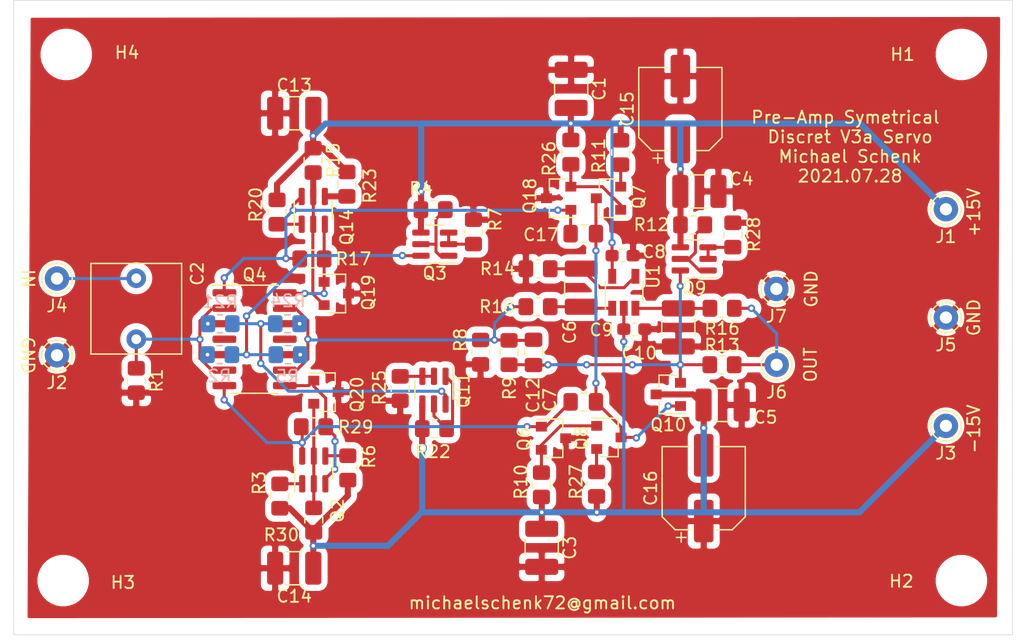
<source format=kicad_pcb>
(kicad_pcb (version 20171130) (host pcbnew "(5.1.10-0-10_14)")
  (layers (0 F.Cu signal) (31 B.Cu signal) (34 B.Paste user) (35 F.Paste user) (36 B.SilkS user) (37 F.SilkS user) (38 B.Mask user) (39 F.Mask user) (44 Edge.Cuts user))
  (net 0 "")
  (net 1 GND)
  (net 2 +15V)
  (net 3 "Net-(C2-Pad2)")
  (net 4 "Net-(C2-Pad1)")
  (net 5 -15V)
  (net 6 "Net-(C7-Pad2)")
  (net 7 "Net-(Q2-Pad2)")
  (net 8 "Net-(Q2-Pad1)")
  (net 9 "Net-(Q6-Pad2)")
  (net 10 "Net-(Q7-Pad2)")
  (net 11 "Net-(C12-Pad2)")
  (net 12 "Net-(C12-Pad1)")
  (net 13 "Net-(C17-Pad1)")
  (net 14 "Net-(C17-Pad2)")
  (net 15 "Net-(Q18-Pad2)")
  (net 16 "Net-(Q8-Pad2)")
  (net 17 "Net-(Q14-Pad2)")
  (net 18 "Net-(Q14-Pad1)")
  (net 19 "Net-(Q11-Pad1)")
  (net 20 "Net-(Q11-Pad6)")
  (net 21 "Net-(Q11-Pad2)")
  (net 22 "Net-(Q14-Pad4)")
  (net 23 "Net-(Q3-Pad6)")
  (net 24 "Net-(Q3-Pad1)")
  (net 25 "Net-(Q3-Pad2)")
  (net 26 "Net-(Q9-Pad2)")
  (net 27 "Net-(Q9-Pad1)")
  (net 28 "Net-(Q2-Pad4)")
  (net 29 "Net-(Q2-Pad3)")
  (net 30 "Net-(Q14-Pad3)")
  (net 31 "Net-(Q4-Pad12)")
  (net 32 "Net-(Q4-Pad10)")
  (net 33 "Net-(Q4-Pad5)")
  (net 34 "Net-(Q4-Pad3)")
  (net 35 "Net-(C6-Pad2)")
  (net 36 DCSERVO_OUT)
  (net 37 "Net-(C10-Pad2)")
  (net 38 DCSERVO_IN)
  (module Capacitor_SMD:C_1210_3225Metric_Pad1.33x2.70mm_HandSolder (layer F.Cu) (at 144.932 142.494 180)
    (fp_text reference C14 (at 0 -2.3) (layer F.SilkS))
    (fp_text value 100nF)
    (pad 2 smd roundrect (at 1.5625 0 180) (size 1.325 2.7) (layers F.Cu F.Paste F.Mask) (roundrect_rratio 0.188679) (net 1 GND))
    (pad 1 smd roundrect (at -1.5625 0 180) (size 1.325 2.7) (layers F.Cu F.Paste F.Mask) (roundrect_rratio 0.188679) (net 5 -15V))
  )
  (module Capacitor_SMD:C_1210_3225Metric_Pad1.33x2.70mm_HandSolder (layer F.Cu) (at 144.932 105.156)
    (fp_text reference C13 (at 0 -2.3) (layer F.SilkS))
    (fp_text value 100nF)
    (pad 2 smd roundrect (at 1.5625 0) (size 1.325 2.7) (layers F.Cu F.Paste F.Mask) (roundrect_rratio 0.188679) (net 2 +15V))
    (pad 1 smd roundrect (at -1.5625 0) (size 1.325 2.7) (layers F.Cu F.Paste F.Mask) (roundrect_rratio 0.188679) (net 1 GND))
  )
  (module Capacitor_SMD:C_1210_3225Metric_Pad1.33x2.70mm_HandSolder (layer F.Cu) (at 176.4284 122.7328 90)
    (fp_text reference C10 (at -2.1082 -3.2004 180) (layer F.SilkS))
    (fp_text value 1uF)
    (pad 2 smd roundrect (at 1.5625 0 90) (size 1.325 2.7) (layers F.Cu F.Paste F.Mask) (roundrect_rratio 0.188679) (net 37 "Net-(C10-Pad2)"))
    (pad 1 smd roundrect (at -1.5625 0 90) (size 1.325 2.7) (layers F.Cu F.Paste F.Mask) (roundrect_rratio 0.188679) (net 1 GND))
  )
  (module Capacitor_SMD:C_1210_3225Metric_Pad1.33x2.70mm_HandSolder (layer F.Cu) (at 168.4655 119.4685 90)
    (fp_text reference C6 (at -3.658 -0.9525 90) (layer F.SilkS))
    (fp_text value 1uF)
    (pad 2 smd roundrect (at 1.5625 0 90) (size 1.325 2.7) (layers F.Cu F.Paste F.Mask) (roundrect_rratio 0.188679) (net 35 "Net-(C6-Pad2)"))
    (pad 1 smd roundrect (at -1.5625 0 90) (size 1.325 2.7) (layers F.Cu F.Paste F.Mask) (roundrect_rratio 0.188679) (net 36 DCSERVO_OUT))
  )
  (module Capacitor_SMD:C_1210_3225Metric_Pad1.33x2.70mm_HandSolder (layer F.Cu) (at 180.061 129.0955)
    (fp_text reference C5 (at 3.5175 1.016) (layer F.SilkS))
    (fp_text value 100nF)
    (pad 2 smd roundrect (at 1.5625 0) (size 1.325 2.7) (layers F.Cu F.Paste F.Mask) (roundrect_rratio 0.188679) (net 1 GND))
    (pad 1 smd roundrect (at -1.5625 0) (size 1.325 2.7) (layers F.Cu F.Paste F.Mask) (roundrect_rratio 0.188679) (net 5 -15V))
  )
  (module Capacitor_SMD:C_1210_3225Metric_Pad1.33x2.70mm_HandSolder (layer F.Cu) (at 178.156 111.5695 180)
    (fp_text reference C4 (at -3.454 1.016) (layer F.SilkS))
    (fp_text value 100nF)
    (pad 2 smd roundrect (at 1.5625 0 180) (size 1.325 2.7) (layers F.Cu F.Paste F.Mask) (roundrect_rratio 0.188679) (net 2 +15V))
    (pad 1 smd roundrect (at -1.5625 0 180) (size 1.325 2.7) (layers F.Cu F.Paste F.Mask) (roundrect_rratio 0.188679) (net 1 GND))
  )
  (module Capacitor_SMD:C_1210_3225Metric_Pad1.33x2.70mm_HandSolder (layer F.Cu) (at 165.227 140.818 270)
    (fp_text reference C3 (at 0 -2.3 90) (layer F.SilkS))
    (fp_text value 100nF)
    (pad 2 smd roundrect (at 1.5625 0 270) (size 1.325 2.7) (layers F.Cu F.Paste F.Mask) (roundrect_rratio 0.188679) (net 1 GND))
    (pad 1 smd roundrect (at -1.5625 0 270) (size 1.325 2.7) (layers F.Cu F.Paste F.Mask) (roundrect_rratio 0.188679) (net 5 -15V))
  )
  (module Capacitor_SMD:C_1210_3225Metric_Pad1.33x2.70mm_HandSolder (layer F.Cu) (at 167.64 103.149 270)
    (fp_text reference C1 (at 0 -2.3 90) (layer F.SilkS))
    (fp_text value 100nF)
    (pad 2 smd roundrect (at 1.5625 0 270) (size 1.325 2.7) (layers F.Cu F.Paste F.Mask) (roundrect_rratio 0.188679) (net 2 +15V))
    (pad 1 smd roundrect (at -1.5625 0 270) (size 1.325 2.7) (layers F.Cu F.Paste F.Mask) (roundrect_rratio 0.188679) (net 1 GND))
  )
  (module Capacitor_SMD:CP_Elec_6.3x5.8 (layer F.Cu) (at 178.5112 135.923 90)
    (fp_text reference C16 (at 0 -4.35 90) (layer F.SilkS))
    (fp_text value 10uF/25V)
    (pad 2 smd roundrect (at 2.7 0 90) (size 3.5 1.6) (layers F.Cu F.Paste F.Mask) (roundrect_rratio 0.15625) (net 5 -15V))
    (pad 1 smd roundrect (at -2.7 0 90) (size 3.5 1.6) (layers F.Cu F.Paste F.Mask) (roundrect_rratio 0.15625) (net 1 GND))
  )
  (module Capacitor_SMD:CP_Elec_6.3x5.8 (layer F.Cu) (at 176.5935 104.8055 90)
    (fp_text reference C15 (at 0 -4.35 90) (layer F.SilkS))
    (fp_text value 10uF/25V)
    (pad 2 smd roundrect (at 2.7 0 90) (size 3.5 1.6) (layers F.Cu F.Paste F.Mask) (roundrect_rratio 0.15625) (net 1 GND))
    (pad 1 smd roundrect (at -2.7 0 90) (size 3.5 1.6) (layers F.Cu F.Paste F.Mask) (roundrect_rratio 0.15625) (net 2 +15V))
  )
  (module Package_TO_SOT_SMD:TSOT-23-5 (layer F.Cu) (at 171.958 119.848 90)
    (fp_text reference U1 (at 1.2935 2.413 90) (layer F.SilkS))
    (fp_text value OPA188xxDBV)
    (pad 5 smd rect (at 1.31 -0.95 90) (size 1.22 0.65) (layers F.Cu F.Paste F.Mask) (net 2 +15V))
    (pad 4 smd rect (at 1.31 0.95 90) (size 1.22 0.65) (layers F.Cu F.Paste F.Mask) (net 35 "Net-(C6-Pad2)"))
    (pad 3 smd rect (at -1.31 0.95 90) (size 1.22 0.65) (layers F.Cu F.Paste F.Mask) (net 37 "Net-(C10-Pad2)"))
    (pad 2 smd rect (at -1.31 0 90) (size 1.22 0.65) (layers F.Cu F.Paste F.Mask) (net 5 -15V))
    (pad 1 smd rect (at -1.31 -0.95 90) (size 1.22 0.65) (layers F.Cu F.Paste F.Mask) (net 36 DCSERVO_OUT))
  )
  (module Resistor_SMD:R_0805_2012Metric_Pad1.20x1.40mm_HandSolder (layer F.Cu) (at 164.9255 121.031 180)
    (fp_text reference R18 (at 3.3815 0) (layer F.SilkS))
    (fp_text value 10k)
    (pad 2 smd roundrect (at 1 0 180) (size 1.2 1.4) (layers F.Cu F.Paste F.Mask) (roundrect_rratio 0.208333) (net 11 "Net-(C12-Pad2)"))
    (pad 1 smd roundrect (at -1 0 180) (size 1.2 1.4) (layers F.Cu F.Paste F.Mask) (roundrect_rratio 0.208333) (net 36 DCSERVO_OUT))
  )
  (module Resistor_SMD:R_0805_2012Metric_Pad1.20x1.40mm_HandSolder (layer F.Cu) (at 180.0192 121.158 180)
    (fp_text reference R16 (at 0 -1.65) (layer F.SilkS))
    (fp_text value 100k)
    (pad 2 smd roundrect (at 1 0 180) (size 1.2 1.4) (layers F.Cu F.Paste F.Mask) (roundrect_rratio 0.208333) (net 37 "Net-(C10-Pad2)"))
    (pad 1 smd roundrect (at -1 0 180) (size 1.2 1.4) (layers F.Cu F.Paste F.Mask) (roundrect_rratio 0.208333) (net 38 DCSERVO_IN))
  )
  (module Resistor_SMD:R_0805_2012Metric_Pad1.20x1.40mm_HandSolder (layer F.Cu) (at 164.9255 117.9195 180)
    (fp_text reference R14 (at 3.318 0) (layer F.SilkS))
    (fp_text value 100k)
    (pad 2 smd roundrect (at 1 0 180) (size 1.2 1.4) (layers F.Cu F.Paste F.Mask) (roundrect_rratio 0.208333) (net 1 GND))
    (pad 1 smd roundrect (at -1 0 180) (size 1.2 1.4) (layers F.Cu F.Paste F.Mask) (roundrect_rratio 0.208333) (net 35 "Net-(C6-Pad2)"))
  )
  (module Capacitor_SMD:C_0603_1608Metric_Pad1.08x0.95mm_HandSolder (layer F.Cu) (at 172.8205 122.8725 180)
    (fp_text reference C9 (at 2.704 -0.0635) (layer F.SilkS))
    (fp_text value 100nF)
    (pad 2 smd roundrect (at 0.8625 0 180) (size 1.075 0.95) (layers F.Cu F.Paste F.Mask) (net 5 -15V))
    (pad 1 smd roundrect (at -0.8625 0 180) (size 1.075 0.95) (layers F.Cu F.Paste F.Mask) (net 1 GND))
  )
  (module Capacitor_SMD:C_0603_1608Metric_Pad1.08x0.95mm_HandSolder (layer F.Cu) (at 171.8553 116.84 180)
    (fp_text reference C8 (at -2.5792 0.3175) (layer F.SilkS))
    (fp_text value 100nF)
    (pad 2 smd roundrect (at 0.8625 0 180) (size 1.075 0.95) (layers F.Cu F.Paste F.Mask) (net 2 +15V))
    (pad 1 smd roundrect (at -0.8625 0 180) (size 1.075 0.95) (layers F.Cu F.Paste F.Mask) (net 1 GND))
  )
  (module Resistor_SMD:R_0805_2012Metric_Pad1.20x1.40mm_HandSolder (layer B.Cu) (at 138.8204 124.968 180)
    (fp_text reference R2 (at 0.016 -1.7526) (layer B.SilkS) (effects (justify mirror)))
    (fp_text value 100R)
    (pad 2 smd roundrect (at 1 0 180) (size 1.2 1.4) (layers B.Cu B.Paste B.Mask) (roundrect_rratio 0.2083325) (net 33 "Net-(Q4-Pad5)"))
    (pad 1 smd roundrect (at -1 0 180) (size 1.2 1.4) (layers B.Cu B.Paste B.Mask) (roundrect_rratio 0.2083325) (net 23 "Net-(Q3-Pad6)"))
  )
  (module Resistor_SMD:R_0805_2012Metric_Pad1.20x1.40mm_HandSolder (layer B.Cu) (at 138.8524 122.428)
    (fp_text reference R21 (at -0.0094 -1.8034 180) (layer B.SilkS) (effects (justify mirror)))
    (fp_text value 100R)
    (pad 2 smd roundrect (at 1 0) (size 1.2 1.4) (layers B.Cu B.Paste B.Mask) (roundrect_rratio 0.2083325) (net 20 "Net-(Q11-Pad6)"))
    (pad 1 smd roundrect (at -1 0) (size 1.2 1.4) (layers B.Cu B.Paste B.Mask) (roundrect_rratio 0.2083325) (net 34 "Net-(Q4-Pad3)"))
  )
  (module Capacitor_THT:C_Rect_L7.2mm_W7.2mm_P5.00mm_FKS2_FKP2_MKS2_MKP2 (layer F.Cu) (at 131.9784 123.698 90)
    (fp_text reference C2 (at 5.3721 5.0038 90) (layer F.SilkS))
    (fp_text value 3.3uF)
    (pad 2 thru_hole circle (at 5 0 90) (size 1.6 1.6) (drill 0.8) (layers *.Cu *.Mask) (net 3 "Net-(C2-Pad2)"))
    (pad 1 thru_hole circle (at 0 0 90) (size 1.6 1.6) (drill 0.8) (layers *.Cu *.Mask) (net 4 "Net-(C2-Pad1)"))
  )
  (module Package_SO:SOIC-14_3.9x8.7mm_P1.27mm (layer F.Cu) (at 141.6812 123.698)
    (fp_text reference Q4 (at 0 -5.28) (layer F.SilkS))
    (fp_text value THAT340)
    (pad 14 smd roundrect (at 2.475 -3.81) (size 1.95 0.6) (layers F.Cu F.Paste F.Mask) (net 30 "Net-(Q14-Pad3)"))
    (pad 13 smd roundrect (at 2.475 -2.54) (size 1.95 0.6) (layers F.Cu F.Paste F.Mask) (net 11 "Net-(C12-Pad2)"))
    (pad 12 smd roundrect (at 2.475 -1.27) (size 1.95 0.6) (layers F.Cu F.Paste F.Mask) (net 31 "Net-(Q4-Pad12)"))
    (pad 11 smd roundrect (at 2.475 0) (size 1.95 0.6) (layers F.Cu F.Paste F.Mask))
    (pad 10 smd roundrect (at 2.475 1.27) (size 1.95 0.6) (layers F.Cu F.Paste F.Mask) (net 32 "Net-(Q4-Pad10)"))
    (pad 9 smd roundrect (at 2.475 2.54) (size 1.95 0.6) (layers F.Cu F.Paste F.Mask) (net 11 "Net-(C12-Pad2)"))
    (pad 8 smd roundrect (at 2.475 3.81) (size 1.95 0.6) (layers F.Cu F.Paste F.Mask) (net 29 "Net-(Q2-Pad3)"))
    (pad 7 smd roundrect (at -2.475 3.81) (size 1.95 0.6) (layers F.Cu F.Paste F.Mask) (net 6 "Net-(C7-Pad2)"))
    (pad 6 smd roundrect (at -2.475 2.54) (size 1.95 0.6) (layers F.Cu F.Paste F.Mask) (net 4 "Net-(C2-Pad1)"))
    (pad 5 smd roundrect (at -2.475 1.27) (size 1.95 0.6) (layers F.Cu F.Paste F.Mask) (net 33 "Net-(Q4-Pad5)"))
    (pad 4 smd roundrect (at -2.475 0) (size 1.95 0.6) (layers F.Cu F.Paste F.Mask))
    (pad 3 smd roundrect (at -2.475 -1.27) (size 1.95 0.6) (layers F.Cu F.Paste F.Mask) (net 34 "Net-(Q4-Pad3)"))
    (pad 2 smd roundrect (at -2.475 -2.54) (size 1.95 0.6) (layers F.Cu F.Paste F.Mask) (net 4 "Net-(C2-Pad1)"))
    (pad 1 smd roundrect (at -2.475 -3.81) (size 1.95 0.6) (layers F.Cu F.Paste F.Mask) (net 14 "Net-(C17-Pad2)"))
  )
  (module Package_SO:SC-74-6_1.5x2.9mm_P0.95mm (layer F.Cu) (at 146.5351 134.424 90)
    (fp_text reference Q2 (at -3.3329 1.9406 90) (layer F.SilkS))
    (fp_text value BCM847DS,115)
    (pad 6 smd roundrect (at 1.1375 -0.95 90) (size 1.425 0.5) (layers F.Cu F.Paste F.Mask) (net 6 "Net-(C7-Pad2)"))
    (pad 5 smd roundrect (at 1.1375 0 90) (size 1.425 0.5) (layers F.Cu F.Paste F.Mask) (net 7 "Net-(Q2-Pad2)"))
    (pad 4 smd roundrect (at 1.1375 0.95 90) (size 1.425 0.5) (layers F.Cu F.Paste F.Mask) (net 28 "Net-(Q2-Pad4)"))
    (pad 3 smd roundrect (at -1.1375 0.95 90) (size 1.425 0.5) (layers F.Cu F.Paste F.Mask) (net 29 "Net-(Q2-Pad3)"))
    (pad 2 smd roundrect (at -1.1375 0 90) (size 1.425 0.5) (layers F.Cu F.Paste F.Mask) (net 7 "Net-(Q2-Pad2)"))
    (pad 1 smd roundrect (at -1.1375 -0.95 90) (size 1.425 0.5) (layers F.Cu F.Paste F.Mask) (net 8 "Net-(Q2-Pad1)"))
  )
  (module Package_SO:SC-74-6_1.5x2.9mm_P0.95mm (layer F.Cu) (at 177.731 117.1067 180)
    (fp_text reference Q9 (at 0 -2.4) (layer F.SilkS))
    (fp_text value BCM857DS,115)
    (pad 6 smd roundrect (at 1.1375 -0.95 180) (size 1.425 0.5) (layers F.Cu F.Paste F.Mask) (net 12 "Net-(C12-Pad1)"))
    (pad 5 smd roundrect (at 1.1375 0 180) (size 1.425 0.5) (layers F.Cu F.Paste F.Mask) (net 27 "Net-(Q9-Pad1)"))
    (pad 4 smd roundrect (at 1.1375 0.95 180) (size 1.425 0.5) (layers F.Cu F.Paste F.Mask) (net 2 +15V))
    (pad 3 smd roundrect (at -1.1375 0.95 180) (size 1.425 0.5) (layers F.Cu F.Paste F.Mask) (net 26 "Net-(Q9-Pad2)"))
    (pad 2 smd roundrect (at -1.1375 0 180) (size 1.425 0.5) (layers F.Cu F.Paste F.Mask) (net 26 "Net-(Q9-Pad2)"))
    (pad 1 smd roundrect (at -1.1375 -0.95 180) (size 1.425 0.5) (layers F.Cu F.Paste F.Mask) (net 27 "Net-(Q9-Pad1)"))
  )
  (module Package_SO:SC-74-6_1.5x2.9mm_P0.95mm (layer F.Cu) (at 156.4585 115.8977 180)
    (fp_text reference Q3 (at 0 -2.4) (layer F.SilkS))
    (fp_text value BCM857DS,115)
    (pad 6 smd roundrect (at 1.1375 -0.95 180) (size 1.425 0.5) (layers F.Cu F.Paste F.Mask) (net 23 "Net-(Q3-Pad6)"))
    (pad 5 smd roundrect (at 1.1375 0 180) (size 1.425 0.5) (layers F.Cu F.Paste F.Mask) (net 24 "Net-(Q3-Pad1)"))
    (pad 4 smd roundrect (at 1.1375 0.95 180) (size 1.425 0.5) (layers F.Cu F.Paste F.Mask) (net 2 +15V))
    (pad 3 smd roundrect (at -1.1375 0.95 180) (size 1.425 0.5) (layers F.Cu F.Paste F.Mask) (net 25 "Net-(Q3-Pad2)"))
    (pad 2 smd roundrect (at -1.1375 0 180) (size 1.425 0.5) (layers F.Cu F.Paste F.Mask) (net 25 "Net-(Q3-Pad2)"))
    (pad 1 smd roundrect (at -1.1375 -0.95 180) (size 1.425 0.5) (layers F.Cu F.Paste F.Mask) (net 24 "Net-(Q3-Pad1)"))
  )
  (module Package_SO:SC-74-6_1.5x2.9mm_P0.95mm (layer F.Cu) (at 146.492 113.1244 90)
    (fp_text reference Q14 (at -1.3915 2.7457 90) (layer F.SilkS))
    (fp_text value BCM857DS,115)
    (pad 6 smd roundrect (at 1.1375 -0.95 90) (size 1.425 0.5) (layers F.Cu F.Paste F.Mask) (net 14 "Net-(C17-Pad2)"))
    (pad 5 smd roundrect (at 1.1375 0 90) (size 1.425 0.5) (layers F.Cu F.Paste F.Mask) (net 17 "Net-(Q14-Pad2)"))
    (pad 4 smd roundrect (at 1.1375 0.95 90) (size 1.425 0.5) (layers F.Cu F.Paste F.Mask) (net 22 "Net-(Q14-Pad4)"))
    (pad 3 smd roundrect (at -1.1375 0.95 90) (size 1.425 0.5) (layers F.Cu F.Paste F.Mask) (net 30 "Net-(Q14-Pad3)"))
    (pad 2 smd roundrect (at -1.1375 0 90) (size 1.425 0.5) (layers F.Cu F.Paste F.Mask) (net 17 "Net-(Q14-Pad2)"))
    (pad 1 smd roundrect (at -1.1375 -0.95 90) (size 1.425 0.5) (layers F.Cu F.Paste F.Mask) (net 18 "Net-(Q14-Pad1)"))
  )
  (module Package_SO:SC-74-6_1.5x2.9mm_P0.95mm (layer F.Cu) (at 156.3903 127.8788 270)
    (fp_text reference Q11 (at 0 -2.4 90) (layer F.SilkS))
    (fp_text value BCM847DS,115)
    (pad 6 smd roundrect (at 1.1375 -0.95 270) (size 1.425 0.5) (layers F.Cu F.Paste F.Mask) (net 20 "Net-(Q11-Pad6)"))
    (pad 5 smd roundrect (at 1.1375 0 270) (size 1.425 0.5) (layers F.Cu F.Paste F.Mask) (net 19 "Net-(Q11-Pad1)"))
    (pad 4 smd roundrect (at 1.1375 0.95 270) (size 1.425 0.5) (layers F.Cu F.Paste F.Mask) (net 5 -15V))
    (pad 3 smd roundrect (at -1.1375 0.95 270) (size 1.425 0.5) (layers F.Cu F.Paste F.Mask) (net 21 "Net-(Q11-Pad2)"))
    (pad 2 smd roundrect (at -1.1375 0 270) (size 1.425 0.5) (layers F.Cu F.Paste F.Mask) (net 21 "Net-(Q11-Pad2)"))
    (pad 1 smd roundrect (at -1.1375 -0.95 270) (size 1.425 0.5) (layers F.Cu F.Paste F.Mask) (net 19 "Net-(Q11-Pad1)"))
  )
  (module Resistor_SMD:R_0805_2012Metric_Pad1.20x1.40mm_HandSolder (layer F.Cu) (at 146.5326 138.541 270)
    (fp_text reference R30 (at 1.2225 2.6543) (layer F.SilkS))
    (fp_text value 1k)
    (pad 2 smd roundrect (at 1 0 270) (size 1.2 1.4) (layers F.Cu F.Paste F.Mask) (roundrect_rratio 0.2083325) (net 5 -15V))
    (pad 1 smd roundrect (at -1 0 270) (size 1.2 1.4) (layers F.Cu F.Paste F.Mask) (roundrect_rratio 0.2083325) (net 7 "Net-(Q2-Pad2)"))
  )
  (module Resistor_SMD:R_0805_2012Metric_Pad1.20x1.40mm_HandSolder (layer F.Cu) (at 146.5105 130.8862 180)
    (fp_text reference R29 (at -3.4638 -0.0254) (layer F.SilkS))
    (fp_text value 47k)
    (pad 2 smd roundrect (at 1 0 180) (size 1.2 1.4) (layers F.Cu F.Paste F.Mask) (roundrect_rratio 0.2083325) (net 6 "Net-(C7-Pad2)"))
    (pad 1 smd roundrect (at -1 0 180) (size 1.2 1.4) (layers F.Cu F.Paste F.Mask) (roundrect_rratio 0.2083325) (net 29 "Net-(Q2-Pad3)"))
  )
  (module Resistor_SMD:R_0805_2012Metric_Pad1.20x1.40mm_HandSolder (layer F.Cu) (at 146.3835 117.1067 180)
    (fp_text reference R17 (at -3.413 0) (layer F.SilkS))
    (fp_text value 47k)
    (pad 2 smd roundrect (at 1 0 180) (size 1.2 1.4) (layers F.Cu F.Paste F.Mask) (roundrect_rratio 0.2083325) (net 14 "Net-(C17-Pad2)"))
    (pad 1 smd roundrect (at -1 0 180) (size 1.2 1.4) (layers F.Cu F.Paste F.Mask) (roundrect_rratio 0.2083325) (net 30 "Net-(Q14-Pad3)"))
  )
  (module Resistor_SMD:R_0805_2012Metric_Pad1.20x1.40mm_HandSolder (layer F.Cu) (at 146.4818 109.0201 270)
    (fp_text reference R15 (at 0 -1.65 90) (layer F.SilkS))
    (fp_text value 1k)
    (pad 2 smd roundrect (at 1 0 270) (size 1.2 1.4) (layers F.Cu F.Paste F.Mask) (roundrect_rratio 0.2083325) (net 17 "Net-(Q14-Pad2)"))
    (pad 1 smd roundrect (at -1 0 270) (size 1.2 1.4) (layers F.Cu F.Paste F.Mask) (roundrect_rratio 0.2083325) (net 2 +15V))
  )
  (module Package_TO_SOT_SMD:SOT-23 (layer F.Cu) (at 147.5326 128.0439)
    (fp_text reference Q20 (at 2.556 0.193 270) (layer F.SilkS))
    (fp_text value BC850C)
    (pad 3 smd rect (at 1 0) (size 0.9 0.8) (layers F.Cu F.Paste F.Mask) (net 1 GND))
    (pad 2 smd rect (at -1 0.95) (size 0.9 0.8) (layers F.Cu F.Paste F.Mask) (net 7 "Net-(Q2-Pad2)"))
    (pad 1 smd rect (at -1 -0.95) (size 0.9 0.8) (layers F.Cu F.Paste F.Mask) (net 29 "Net-(Q2-Pad3)"))
  )
  (module Package_TO_SOT_SMD:SOT-23 (layer F.Cu) (at 148.3835 119.949)
    (fp_text reference Q19 (at 2.6322 -0.0864 270) (layer F.SilkS))
    (fp_text value BC860C)
    (pad 3 smd rect (at 1 0) (size 0.9 0.8) (layers F.Cu F.Paste F.Mask) (net 1 GND))
    (pad 2 smd rect (at -1 0.95) (size 0.9 0.8) (layers F.Cu F.Paste F.Mask) (net 17 "Net-(Q14-Pad2)"))
    (pad 1 smd rect (at -1 -0.95) (size 0.9 0.8) (layers F.Cu F.Paste F.Mask) (net 30 "Net-(Q14-Pad3)"))
  )
  (module Resistor_SMD:R_0805_2012Metric_Pad1.20x1.40mm_HandSolder (layer F.Cu) (at 143.7513 136.5725 270)
    (fp_text reference R3 (at -1.0762 1.6891 90) (layer F.SilkS))
    (fp_text value 68R)
    (pad 2 smd roundrect (at 1 0 270) (size 1.2 1.4) (layers F.Cu F.Paste F.Mask) (roundrect_rratio 0.2083325) (net 5 -15V))
    (pad 1 smd roundrect (at -1 0 270) (size 1.2 1.4) (layers F.Cu F.Paste F.Mask) (roundrect_rratio 0.2083325) (net 8 "Net-(Q2-Pad1)"))
  )
  (module Package_TO_SOT_SMD:SOT-23 (layer F.Cu) (at 166.6146 112.1308 180)
    (fp_text reference Q18 (at 2.3528 0.193 90) (layer F.SilkS))
    (fp_text value BC860C)
    (pad 3 smd rect (at 1 0 180) (size 0.9 0.8) (layers F.Cu F.Paste F.Mask) (net 1 GND))
    (pad 2 smd rect (at -1 0.95 180) (size 0.9 0.8) (layers F.Cu F.Paste F.Mask) (net 15 "Net-(Q18-Pad2)"))
    (pad 1 smd rect (at -1 -0.95 180) (size 0.9 0.8) (layers F.Cu F.Paste F.Mask) (net 14 "Net-(C17-Pad2)"))
  )
  (module Resistor_SMD:R_0805_2012Metric_Pad1.20x1.40mm_HandSolder (layer F.Cu) (at 180.0065 125.7935 180)
    (fp_text reference R13 (at -0.016 1.5875) (layer F.SilkS))
    (fp_text value 47R)
    (pad 2 smd roundrect (at 1 0 180) (size 1.2 1.4) (layers F.Cu F.Paste F.Mask) (roundrect_rratio 0.2083325) (net 12 "Net-(C12-Pad1)"))
    (pad 1 smd roundrect (at -1 0 180) (size 1.2 1.4) (layers F.Cu F.Paste F.Mask) (roundrect_rratio 0.2083325) (net 38 DCSERVO_IN))
  )
  (module Resistor_SMD:R_0805_2012Metric_Pad1.20x1.40mm_HandSolder (layer F.Cu) (at 180.8988 115.1415 90)
    (fp_text reference R28 (at 0.0414 1.7145 90) (layer F.SilkS))
    (fp_text value 10k)
    (pad 2 smd roundrect (at 1 0 90) (size 1.2 1.4) (layers F.Cu F.Paste F.Mask) (roundrect_rratio 0.2083325) (net 1 GND))
    (pad 1 smd roundrect (at -1 0 90) (size 1.2 1.4) (layers F.Cu F.Paste F.Mask) (roundrect_rratio 0.2083325) (net 26 "Net-(Q9-Pad2)"))
  )
  (module Resistor_SMD:R_0805_2012Metric_Pad1.20x1.40mm_HandSolder (layer F.Cu) (at 169.7228 135.5946 270)
    (fp_text reference R27 (at -0.1872 1.6764 90) (layer F.SilkS))
    (fp_text value 39R)
    (pad 2 smd roundrect (at 1 0 270) (size 1.2 1.4) (layers F.Cu F.Paste F.Mask) (roundrect_rratio 0.2083325) (net 5 -15V))
    (pad 1 smd roundrect (at -1 0 270) (size 1.2 1.4) (layers F.Cu F.Paste F.Mask) (roundrect_rratio 0.2083325) (net 16 "Net-(Q8-Pad2)"))
  )
  (module Resistor_SMD:R_0805_2012Metric_Pad1.20x1.40mm_HandSolder (layer F.Cu) (at 167.6146 108.347 270)
    (fp_text reference R26 (at 0.524 1.778 90) (layer F.SilkS))
    (fp_text value 2k2)
    (pad 2 smd roundrect (at 1 0 270) (size 1.2 1.4) (layers F.Cu F.Paste F.Mask) (roundrect_rratio 0.2083325) (net 15 "Net-(Q18-Pad2)"))
    (pad 1 smd roundrect (at -1 0 270) (size 1.2 1.4) (layers F.Cu F.Paste F.Mask) (roundrect_rratio 0.2083325) (net 2 +15V))
  )
  (module Resistor_SMD:R_0805_2012Metric_Pad1.20x1.40mm_HandSolder (layer F.Cu) (at 153.6192 127.746 90)
    (fp_text reference R25 (at 0.0762 -1.7018 90) (layer F.SilkS))
    (fp_text value 10k)
    (pad 2 smd roundrect (at 1 0 90) (size 1.2 1.4) (layers F.Cu F.Paste F.Mask) (roundrect_rratio 0.2083325) (net 21 "Net-(Q11-Pad2)"))
    (pad 1 smd roundrect (at -1 0 90) (size 1.2 1.4) (layers F.Cu F.Paste F.Mask) (roundrect_rratio 0.2083325) (net 1 GND))
  )
  (module Resistor_SMD:R_0805_2012Metric_Pad1.20x1.40mm_HandSolder (layer B.Cu) (at 144.3736 122.428 180)
    (fp_text reference R24 (at -0.0348 1.8796 180) (layer B.SilkS) (effects (justify mirror)))
    (fp_text value 100R)
    (pad 2 smd roundrect (at 1 0 180) (size 1.2 1.4) (layers B.Cu B.Paste B.Mask) (roundrect_rratio 0.2083325) (net 20 "Net-(Q11-Pad6)"))
    (pad 1 smd roundrect (at -1 0 180) (size 1.2 1.4) (layers B.Cu B.Paste B.Mask) (roundrect_rratio 0.2083325) (net 31 "Net-(Q4-Pad12)"))
  )
  (module Resistor_SMD:R_0805_2012Metric_Pad1.20x1.40mm_HandSolder (layer F.Cu) (at 149.2504 110.9759 270)
    (fp_text reference R23 (at 0.1364 -1.8796 90) (layer F.SilkS))
    (fp_text value 68R)
    (pad 2 smd roundrect (at 1 0 270) (size 1.2 1.4) (layers F.Cu F.Paste F.Mask) (roundrect_rratio 0.2083325) (net 22 "Net-(Q14-Pad4)"))
    (pad 1 smd roundrect (at -1 0 270) (size 1.2 1.4) (layers F.Cu F.Paste F.Mask) (roundrect_rratio 0.2083325) (net 2 +15V))
  )
  (module Resistor_SMD:R_0805_2012Metric_Pad1.20x1.40mm_HandSolder (layer F.Cu) (at 156.4292 131.0386 180)
    (fp_text reference R22 (at 0.1176 -1.8923) (layer F.SilkS))
    (fp_text value 100R)
    (pad 2 smd roundrect (at 1 0 180) (size 1.2 1.4) (layers F.Cu F.Paste F.Mask) (roundrect_rratio 0.2083325) (net 5 -15V))
    (pad 1 smd roundrect (at -1 0 180) (size 1.2 1.4) (layers F.Cu F.Paste F.Mask) (roundrect_rratio 0.2083325) (net 19 "Net-(Q11-Pad1)"))
  )
  (module Resistor_SMD:R_0805_2012Metric_Pad1.20x1.40mm_HandSolder (layer F.Cu) (at 143.5227 113.2619 270)
    (fp_text reference R20 (at -0.6002 1.7399 90) (layer F.SilkS))
    (fp_text value 68R)
    (pad 2 smd roundrect (at 1 0 270) (size 1.2 1.4) (layers F.Cu F.Paste F.Mask) (roundrect_rratio 0.2083325) (net 18 "Net-(Q14-Pad1)"))
    (pad 1 smd roundrect (at -1 0 270) (size 1.2 1.4) (layers F.Cu F.Paste F.Mask) (roundrect_rratio 0.2083325) (net 2 +15V))
  )
  (module Capacitor_SMD:C_0805_2012Metric_Pad1.18x1.45mm_HandSolder (layer F.Cu) (at 168.6345 115.0366 180)
    (fp_text reference C17 (at 3.471 -0.0889) (layer F.SilkS))
    (fp_text value 270pF)
    (pad 2 smd roundrect (at 1.0375 0 180) (size 1.175 1.45) (layers F.Cu F.Paste F.Mask) (roundrect_rratio 0.2127659574468085) (net 14 "Net-(C17-Pad2)"))
    (pad 1 smd roundrect (at -1.0375 0 180) (size 1.175 1.45) (layers F.Cu F.Paste F.Mask) (roundrect_rratio 0.2127659574468085) (net 13 "Net-(C17-Pad1)"))
  )
  (module Connector_Pin:Pin_D1.0mm_L10.0mm (layer F.Cu) (at 184.4675 119.5705)
    (fp_text reference J7 (at 0 2.25) (layer F.SilkS))
    (fp_text value Conn_01x01)
    (pad 1 thru_hole circle (at 0 0) (size 2 2) (drill 1) (layers *.Cu *.Mask) (net 1 GND))
  )
  (module Connector_Pin:Pin_D1.0mm_L10.0mm (layer F.Cu) (at 184.4929 125.7935)
    (fp_text reference J6 (at 0 2.25) (layer F.SilkS))
    (fp_text value Conn_01x01)
    (pad 1 thru_hole circle (at 0 0) (size 2 2) (drill 1) (layers *.Cu *.Mask) (net 38 DCSERVO_IN))
  )
  (module Connector_Pin:Pin_D1.0mm_L10.0mm (layer F.Cu) (at 198.374 121.92)
    (fp_text reference J5 (at 0 2.25) (layer F.SilkS))
    (fp_text value Conn_01x01)
    (pad 1 thru_hole circle (at 0 0) (size 2 2) (drill 1) (layers *.Cu *.Mask) (net 1 GND))
  )
  (module Connector_Pin:Pin_D1.0mm_L10.0mm (layer F.Cu) (at 125.476 118.7196)
    (fp_text reference J4 (at 0 2.25) (layer F.SilkS))
    (fp_text value Conn_01x01)
    (pad 1 thru_hole circle (at 0 0) (size 2 2) (drill 1) (layers *.Cu *.Mask) (net 3 "Net-(C2-Pad2)"))
  )
  (module Connector_Pin:Pin_D1.0mm_L10.0mm (layer F.Cu) (at 198.374 130.81)
    (fp_text reference J3 (at 0 2.25) (layer F.SilkS))
    (fp_text value Conn_01x01)
    (pad 1 thru_hole circle (at 0 0) (size 2 2) (drill 1) (layers *.Cu *.Mask) (net 5 -15V))
  )
  (module Connector_Pin:Pin_D1.0mm_L10.0mm (layer F.Cu) (at 125.476 125.0188)
    (fp_text reference J2 (at 0 2.25) (layer F.SilkS))
    (fp_text value Conn_01x01)
    (pad 1 thru_hole circle (at 0 0) (size 2 2) (drill 1) (layers *.Cu *.Mask) (net 1 GND))
  )
  (module Connector_Pin:Pin_D1.0mm_L10.0mm (layer F.Cu) (at 198.374 113.03)
    (fp_text reference J1 (at 0 2.25) (layer F.SilkS))
    (fp_text value Conn_01x01)
    (pad 1 thru_hole circle (at 0 0) (size 2 2) (drill 1) (layers *.Cu *.Mask) (net 2 +15V))
  )
  (module Package_TO_SOT_SMD:SOT-23 (layer F.Cu) (at 175.6062 128.2294 180)
    (fp_text reference Q10 (at 0 -2.5) (layer F.SilkS))
    (fp_text value BC860C)
    (pad 3 smd rect (at 1 0 180) (size 0.9 0.8) (layers F.Cu F.Paste F.Mask) (net 5 -15V))
    (pad 2 smd rect (at -1 0.95 180) (size 0.9 0.8) (layers F.Cu F.Paste F.Mask) (net 12 "Net-(C12-Pad1)"))
    (pad 1 smd rect (at -1 -0.95 180) (size 0.9 0.8) (layers F.Cu F.Paste F.Mask) (net 13 "Net-(C17-Pad1)"))
  )
  (module Resistor_SMD:R_0805_2012Metric_Pad1.20x1.40mm_HandSolder (layer F.Cu) (at 156.321 113.0681)
    (fp_text reference R4 (at -0.9812 -1.7272) (layer F.SilkS))
    (fp_text value 100R)
    (pad 2 smd roundrect (at 1 0) (size 1.2 1.4) (layers F.Cu F.Paste F.Mask) (roundrect_rratio 0.2083325) (net 24 "Net-(Q3-Pad1)"))
    (pad 1 smd roundrect (at -1 0) (size 1.2 1.4) (layers F.Cu F.Paste F.Mask) (roundrect_rratio 0.2083325) (net 2 +15V))
  )
  (module Capacitor_SMD:C_0805_2012Metric_Pad1.18x1.45mm_HandSolder (layer F.Cu) (at 168.6345 128.8415 180)
    (fp_text reference C7 (at 2.7471 0.1651 90) (layer F.SilkS))
    (fp_text value 270pF)
    (pad 2 smd roundrect (at 1.0375 0 180) (size 1.175 1.45) (layers F.Cu F.Paste F.Mask) (roundrect_rratio 0.2127659574468085) (net 6 "Net-(C7-Pad2)"))
    (pad 1 smd roundrect (at -1.0375 0 180) (size 1.175 1.45) (layers F.Cu F.Paste F.Mask) (roundrect_rratio 0.2127659574468085) (net 13 "Net-(C17-Pad1)"))
  )
  (module Capacitor_SMD:C_0805_2012Metric_Pad1.18x1.45mm_HandSolder (layer F.Cu) (at 164.5539 124.7814 90)
    (fp_text reference C12 (at -3.5218 -0.0381 90) (layer F.SilkS))
    (fp_text value 0pF)
    (pad 2 smd roundrect (at 1.0375 0 90) (size 1.175 1.45) (layers F.Cu F.Paste F.Mask) (roundrect_rratio 0.2127659574468085) (net 11 "Net-(C12-Pad2)"))
    (pad 1 smd roundrect (at -1.0375 0 90) (size 1.175 1.45) (layers F.Cu F.Paste F.Mask) (roundrect_rratio 0.2127659574468085) (net 12 "Net-(C12-Pad1)"))
  )
  (module Resistor_SMD:R_0805_2012Metric_Pad1.20x1.40mm_HandSolder (layer F.Cu) (at 131.9784 127.0856 270)
    (fp_text reference R1 (at 0 -1.65 90) (layer F.SilkS))
    (fp_text value 10k)
    (pad 2 smd roundrect (at 1 0 270) (size 1.2 1.4) (layers F.Cu F.Paste F.Mask) (roundrect_rratio 0.2083325) (net 1 GND))
    (pad 1 smd roundrect (at -1 0 270) (size 1.2 1.4) (layers F.Cu F.Paste F.Mask) (roundrect_rratio 0.2083325) (net 4 "Net-(C2-Pad1)"))
  )
  (module Resistor_SMD:R_0805_2012Metric_Pad1.20x1.40mm_HandSolder (layer F.Cu) (at 177.6062 114.3127)
    (fp_text reference R12 (at -3.3876 -0.0127) (layer F.SilkS))
    (fp_text value 100R)
    (pad 2 smd roundrect (at 1 0) (size 1.2 1.4) (layers F.Cu F.Paste F.Mask) (roundrect_rratio 0.2083325) (net 27 "Net-(Q9-Pad1)"))
    (pad 1 smd roundrect (at -1 0) (size 1.2 1.4) (layers F.Cu F.Paste F.Mask) (roundrect_rratio 0.2083325) (net 2 +15V))
  )
  (module Resistor_SMD:R_0805_2012Metric_Pad1.20x1.40mm_HandSolder (layer F.Cu) (at 171.704 108.3724 270)
    (fp_text reference R11 (at 0.2634 1.8034 90) (layer F.SilkS))
    (fp_text value 39R)
    (pad 2 smd roundrect (at 1 0 270) (size 1.2 1.4) (layers F.Cu F.Paste F.Mask) (roundrect_rratio 0.2083325) (net 10 "Net-(Q7-Pad2)"))
    (pad 1 smd roundrect (at -1 0 270) (size 1.2 1.4) (layers F.Cu F.Paste F.Mask) (roundrect_rratio 0.2083325) (net 2 +15V))
  )
  (module Resistor_SMD:R_0805_2012Metric_Pad1.20x1.40mm_HandSolder (layer F.Cu) (at 165.2016 135.6454 270)
    (fp_text reference R10 (at -0.238 1.6764 90) (layer F.SilkS))
    (fp_text value 2k2)
    (pad 2 smd roundrect (at 1 0 270) (size 1.2 1.4) (layers F.Cu F.Paste F.Mask) (roundrect_rratio 0.2083325) (net 5 -15V))
    (pad 1 smd roundrect (at -1 0 270) (size 1.2 1.4) (layers F.Cu F.Paste F.Mask) (roundrect_rratio 0.2083325) (net 9 "Net-(Q6-Pad2)"))
  )
  (module Resistor_SMD:R_0805_2012Metric_Pad1.20x1.40mm_HandSolder (layer F.Cu) (at 162.5473 124.7935 90)
    (fp_text reference R9 (at -2.9243 0.0381 90) (layer F.SilkS))
    (fp_text value 10k)
    (pad 2 smd roundrect (at 1 0 90) (size 1.2 1.4) (layers F.Cu F.Paste F.Mask) (roundrect_rratio 0.2083325) (net 11 "Net-(C12-Pad2)"))
    (pad 1 smd roundrect (at -1 0 90) (size 1.2 1.4) (layers F.Cu F.Paste F.Mask) (roundrect_rratio 0.2083325) (net 12 "Net-(C12-Pad1)"))
  )
  (module Resistor_SMD:R_0805_2012Metric_Pad1.20x1.40mm_HandSolder (layer F.Cu) (at 160.2105 124.7615 270)
    (fp_text reference R8 (at -1 1.651 90) (layer F.SilkS))
    (fp_text value 10k)
    (pad 2 smd roundrect (at 1 0 270) (size 1.2 1.4) (layers F.Cu F.Paste F.Mask) (roundrect_rratio 0.2083325) (net 1 GND))
    (pad 1 smd roundrect (at -1 0 270) (size 1.2 1.4) (layers F.Cu F.Paste F.Mask) (roundrect_rratio 0.2083325) (net 11 "Net-(C12-Pad2)"))
  )
  (module Resistor_SMD:R_0805_2012Metric_Pad1.20x1.40mm_HandSolder (layer F.Cu) (at 159.6263 114.8875 90)
    (fp_text reference R7 (at 1.016 1.778 90) (layer F.SilkS))
    (fp_text value 10k)
    (pad 2 smd roundrect (at 1 0 90) (size 1.2 1.4) (layers F.Cu F.Paste F.Mask) (roundrect_rratio 0.2083325) (net 1 GND))
    (pad 1 smd roundrect (at -1 0 90) (size 1.2 1.4) (layers F.Cu F.Paste F.Mask) (roundrect_rratio 0.2083325) (net 25 "Net-(Q3-Pad2)"))
  )
  (module Resistor_SMD:R_0805_2012Metric_Pad1.20x1.40mm_HandSolder (layer F.Cu) (at 149.3266 134.2611 270)
    (fp_text reference R6 (at -0.9238 -1.7272 90) (layer F.SilkS))
    (fp_text value 68R)
    (pad 2 smd roundrect (at 1 0 270) (size 1.2 1.4) (layers F.Cu F.Paste F.Mask) (roundrect_rratio 0.2083325) (net 5 -15V))
    (pad 1 smd roundrect (at -1 0 270) (size 1.2 1.4) (layers F.Cu F.Paste F.Mask) (roundrect_rratio 0.2083325) (net 28 "Net-(Q2-Pad4)"))
  )
  (module Resistor_SMD:R_0805_2012Metric_Pad1.20x1.40mm_HandSolder (layer B.Cu) (at 144.4244 124.968)
    (fp_text reference R5 (at -0.0602 1.778 180) (layer B.SilkS) (effects (justify mirror)))
    (fp_text value 100R)
    (pad 2 smd roundrect (at 1 0) (size 1.2 1.4) (layers B.Cu B.Paste B.Mask) (roundrect_rratio 0.2083325) (net 32 "Net-(Q4-Pad10)"))
    (pad 1 smd roundrect (at -1 0) (size 1.2 1.4) (layers B.Cu B.Paste B.Mask) (roundrect_rratio 0.2083325) (net 23 "Net-(Q3-Pad6)"))
  )
  (module Package_TO_SOT_SMD:SOT-23 (layer F.Cu) (at 170.7355 131.76)
    (fp_text reference Q8 (at -2.2573 0.0406 90) (layer F.SilkS))
    (fp_text value BC850C)
    (pad 3 smd rect (at 1 0) (size 0.9 0.8) (layers F.Cu F.Paste F.Mask) (net 13 "Net-(C17-Pad1)"))
    (pad 2 smd rect (at -1 0.95) (size 0.9 0.8) (layers F.Cu F.Paste F.Mask) (net 16 "Net-(Q8-Pad2)"))
    (pad 1 smd rect (at -1 -0.95) (size 0.9 0.8) (layers F.Cu F.Paste F.Mask) (net 9 "Net-(Q6-Pad2)"))
  )
  (module Package_TO_SOT_SMD:SOT-23 (layer F.Cu) (at 170.704 112.1308 180)
    (fp_text reference Q7 (at -2.4732 0.1168 90) (layer F.SilkS))
    (fp_text value BC860C)
    (pad 3 smd rect (at 1 0 180) (size 0.9 0.8) (layers F.Cu F.Paste F.Mask) (net 13 "Net-(C17-Pad1)"))
    (pad 2 smd rect (at -1 0.95 180) (size 0.9 0.8) (layers F.Cu F.Paste F.Mask) (net 10 "Net-(Q7-Pad2)"))
    (pad 1 smd rect (at -1 -0.95 180) (size 0.9 0.8) (layers F.Cu F.Paste F.Mask) (net 15 "Net-(Q18-Pad2)"))
  )
  (module Package_TO_SOT_SMD:SOT-23 (layer F.Cu) (at 166.1955 131.826)
    (fp_text reference Q6 (at -2.4163 0.0508 90) (layer F.SilkS))
    (fp_text value BC850C)
    (pad 3 smd rect (at 1 0) (size 0.9 0.8) (layers F.Cu F.Paste F.Mask) (net 1 GND))
    (pad 2 smd rect (at -1 0.95) (size 0.9 0.8) (layers F.Cu F.Paste F.Mask) (net 9 "Net-(Q6-Pad2)"))
    (pad 1 smd rect (at -1 -0.95) (size 0.9 0.8) (layers F.Cu F.Paste F.Mask) (net 6 "Net-(C7-Pad2)"))
  )
  (module MountingHole:MountingHole_3.2mm_M3 (layer F.Cu) (at 126.238 100.33)
    (fp_text reference H4 (at 4.9784 -0.1524) (layer F.SilkS))
    (fp_text value MountingHole)
    (pad 1 np_thru_hole circle (at 0 0) (size 3.2 3.2) (drill 3.2) (layers *.Cu *.Mask))
  )
  (module MountingHole:MountingHole_3.2mm_M3 (layer F.Cu) (at 125.984 143.51)
    (fp_text reference H3 (at 4.9022 0.1524) (layer F.SilkS))
    (fp_text value MountingHole)
    (pad 1 np_thru_hole circle (at 0 0) (size 3.2 3.2) (drill 3.2) (layers *.Cu *.Mask))
  )
  (module MountingHole:MountingHole_3.2mm_M3 (layer F.Cu) (at 199.644 143.51)
    (fp_text reference H2 (at -4.9276 0.0508) (layer F.SilkS))
    (fp_text value MountingHole)
    (pad 1 np_thru_hole circle (at 0 0) (size 3.2 3.2) (drill 3.2) (layers *.Cu *.Mask))
  )
  (module MountingHole:MountingHole_3.2mm_M3 (layer F.Cu) (at 199.644 100.33)
    (fp_text reference H1 (at -4.826 0) (layer F.SilkS))
    (fp_text value MountingHole)
    (pad 1 np_thru_hole circle (at 0 0) (size 3.2 3.2) (drill 3.2) (layers *.Cu *.Mask))
  )
  (gr_text -15V (at 200.66 131.064 90) (layer F.SilkS) (effects (font (size 1 1))))
  (gr_text michaelschenk72@gmail.com (at 165.2778 145.3388) (layer F.SilkS) (effects (font (size 1 1))))
  (gr_text "Pre-Amp Symetrical \nDiscret V3a Servo\nMichael Schenk\n2021.07.28" (at 190.5127 107.8992) (layer F.SilkS) (effects (font (size 1 1))))
  (gr_line (start 203.835 95.885) (end 121.92 95.885) (layer Edge.Cuts) (width 0.05))
  (gr_line (start 203.835 147.955) (end 203.835 95.885) (layer Edge.Cuts) (width 0.05))
  (gr_line (start 121.92 147.955) (end 203.835 147.955) (layer Edge.Cuts) (width 0.05))
  (gr_line (start 121.92 96.52) (end 121.92 147.955) (layer Edge.Cuts) (width 0.05))
  (gr_line (start 121.92 95.885) (end 121.92 96.52) (layer Edge.Cuts) (width 0.05))
  (gr_text GND (at 187.325 119.5705 90) (layer F.SilkS) (effects (font (size 1 1))))
  (gr_text OUT (at 187.2615 125.7935 90) (layer F.SilkS) (effects (font (size 1 1))))
  (gr_text GND (at 123.0884 125.0188 270) (layer F.SilkS) (effects (font (size 1 1))))
  (gr_text IN (at 123.0884 118.7196 270) (layer F.SilkS) (effects (font (size 1 1))))
  (gr_text GND (at 200.66 121.92 90) (layer F.SilkS) (effects (font (size 1 1))))
  (gr_text +15V (at 200.66 113.284 90) (layer F.SilkS) (effects (font (size 1 1))))
  (segment (start 167.64 107.3724) (end 167.6146 107.347) (width 0.25) (layer F.Cu) (net 2))
  (segment (start 171.704 106.0196) (end 171.6786 105.9942) (width 0.5) (layer F.Cu) (net 2))
  (via (at 171.6786 105.9942) (size 0.6) (drill 0.3) (layers F.Cu B.Cu) (net 2))
  (segment (start 171.704 107.3724) (end 171.704 106.0196) (width 0.5) (layer F.Cu) (net 2))
  (via (at 167.6146 105.9942) (size 0.6) (drill 0.3) (layers F.Cu B.Cu) (net 2))
  (segment (start 167.6146 105.9942) (end 167.6146 107.347) (width 0.5) (layer F.Cu) (net 2))
  (segment (start 191.3382 105.9942) (end 198.374 113.03) (width 0.5) (layer B.Cu) (net 2))
  (segment (start 178.6128 105.9942) (end 191.3382 105.9942) (width 0.5) (layer B.Cu) (net 2))
  (segment (start 176.6062 116.144) (end 176.5935 116.1567) (width 0.5) (layer F.Cu) (net 2))
  (segment (start 176.6062 114.3127) (end 176.6062 116.144) (width 0.5) (layer F.Cu) (net 2))
  (segment (start 155.3591 105.9942) (end 155.3464 106.0069) (width 0.5) (layer B.Cu) (net 2))
  (segment (start 167.6146 105.9942) (end 155.3591 105.9942) (width 0.5) (layer B.Cu) (net 2))
  (via (at 155.3337 111.5822) (size 0.6) (drill 0.3) (layers F.Cu B.Cu) (net 2))
  (segment (start 155.3464 111.5695) (end 155.3337 111.5822) (width 0.5) (layer B.Cu) (net 2))
  (segment (start 155.3464 106.0069) (end 155.3464 111.5695) (width 0.5) (layer B.Cu) (net 2))
  (segment (start 155.3337 113.0554) (end 155.321 113.0681) (width 0.5) (layer F.Cu) (net 2))
  (segment (start 155.3337 111.5822) (end 155.3337 113.0554) (width 0.5) (layer F.Cu) (net 2))
  (segment (start 155.321 113.0681) (end 155.321 114.9477) (width 0.5) (layer F.Cu) (net 2))
  (segment (start 143.5227 110.9792) (end 146.4818 108.0201) (width 0.5) (layer F.Cu) (net 2))
  (segment (start 143.5227 112.2619) (end 143.5227 110.9792) (width 0.5) (layer F.Cu) (net 2))
  (segment (start 147.2946 108.0201) (end 149.2504 109.9759) (width 0.5) (layer F.Cu) (net 2))
  (segment (start 146.4818 108.0201) (end 147.2946 108.0201) (width 0.5) (layer F.Cu) (net 2))
  (segment (start 171.008 116.8552) (end 170.9928 116.84) (width 0.25) (layer F.Cu) (net 2))
  (segment (start 171.008 118.538) (end 171.008 116.8552) (width 0.25) (layer F.Cu) (net 2))
  (segment (start 170.9928 106.0196) (end 171.0182 105.9942) (width 0.5) (layer B.Cu) (net 2))
  (segment (start 171.6786 105.9942) (end 171.0182 105.9942) (width 0.5) (layer B.Cu) (net 2))
  (via (at 170.9928 115.7732) (size 0.6) (drill 0.3) (layers F.Cu B.Cu) (net 2))
  (segment (start 170.9928 116.84) (end 170.9928 115.7732) (width 0.25) (layer F.Cu) (net 2))
  (segment (start 170.9928 106.2228) (end 170.7642 105.9942) (width 0.25) (layer B.Cu) (net 2))
  (segment (start 170.9928 115.7732) (end 170.9928 106.2228) (width 0.25) (layer B.Cu) (net 2))
  (segment (start 170.7642 105.9942) (end 167.4876 105.9942) (width 0.5) (layer B.Cu) (net 2))
  (segment (start 171.0182 105.9942) (end 170.7642 105.9942) (width 0.5) (layer B.Cu) (net 2))
  (segment (start 176.6062 111.5822) (end 176.5935 111.5695) (width 0.5) (layer F.Cu) (net 2))
  (segment (start 176.6062 114.3127) (end 176.6062 111.5822) (width 0.5) (layer F.Cu) (net 2))
  (segment (start 176.5935 111.5695) (end 176.5935 109.728) (width 0.5) (layer F.Cu) (net 2))
  (segment (start 176.5935 109.728) (end 176.5935 107.5055) (width 0.5) (layer F.Cu) (net 2))
  (via (at 176.5935 109.728) (size 0.6) (drill 0.3) (layers F.Cu B.Cu) (net 2))
  (segment (start 176.5935 106.045) (end 176.5427 105.9942) (width 0.5) (layer B.Cu) (net 2))
  (segment (start 176.5935 109.728) (end 176.5935 106.045) (width 0.5) (layer B.Cu) (net 2))
  (segment (start 176.5427 105.9942) (end 171.6786 105.9942) (width 0.5) (layer B.Cu) (net 2))
  (segment (start 178.6128 105.9942) (end 176.5427 105.9942) (width 0.5) (layer B.Cu) (net 2))
  (segment (start 167.6146 104.7369) (end 167.64 104.7115) (width 0.5) (layer F.Cu) (net 2))
  (segment (start 167.6146 105.9942) (end 167.6146 104.7369) (width 0.5) (layer F.Cu) (net 2))
  (segment (start 146.4818 105.1687) (end 146.4945 105.156) (width 0.5) (layer F.Cu) (net 2))
  (segment (start 146.4818 108.0201) (end 146.4818 107.0102) (width 0.5) (layer F.Cu) (net 2))
  (segment (start 146.4818 107.0102) (end 146.4818 105.1687) (width 0.5) (layer F.Cu) (net 2))
  (via (at 146.4818 107.0102) (size 0.6) (drill 0.3) (layers F.Cu B.Cu) (net 2))
  (segment (start 147.4851 106.0069) (end 146.4818 107.0102) (width 0.5) (layer B.Cu) (net 2))
  (segment (start 155.3464 106.0069) (end 147.4851 106.0069) (width 0.5) (layer B.Cu) (net 2))
  (segment (start 131.9568 118.7196) (end 131.9784 118.698) (width 0.25) (layer F.Cu) (net 3))
  (segment (start 131.9568 118.7196) (end 131.9784 118.698) (width 0.25) (layer B.Cu) (net 3))
  (segment (start 125.476 118.7196) (end 131.9568 118.7196) (width 0.25) (layer B.Cu) (net 3))
  (segment (start 138.2312 121.158) (end 139.2062 121.158) (width 0.25) (layer F.Cu) (net 4))
  (segment (start 137.195399 122.193801) (end 138.2312 121.158) (width 0.25) (layer F.Cu) (net 4))
  (segment (start 137.195399 125.268001) (end 137.195399 123.713401) (width 0.25) (layer F.Cu) (net 4))
  (segment (start 138.165398 126.238) (end 137.195399 125.268001) (width 0.25) (layer F.Cu) (net 4))
  (segment (start 139.2062 126.238) (end 138.165398 126.238) (width 0.25) (layer F.Cu) (net 4))
  (segment (start 137.195399 123.713401) (end 137.195399 122.193801) (width 0.25) (layer F.Cu) (net 4))
  (via (at 137.195399 123.713401) (size 0.6) (drill 0.3) (layers F.Cu B.Cu) (net 4))
  (segment (start 131.9784 126.0856) (end 131.9784 123.698) (width 0.25) (layer F.Cu) (net 4))
  (segment (start 137.179998 123.698) (end 137.195399 123.713401) (width 0.25) (layer B.Cu) (net 4))
  (segment (start 131.9784 123.698) (end 137.179998 123.698) (width 0.25) (layer B.Cu) (net 4))
  (segment (start 165.2524 136.5946) (end 165.2016 136.6454) (width 0.25) (layer F.Cu) (net 5))
  (segment (start 191.2822 137.9018) (end 198.374 130.81) (width 0.5) (layer B.Cu) (net 5))
  (segment (start 179.1716 137.9018) (end 191.2822 137.9018) (width 0.5) (layer B.Cu) (net 5))
  (segment (start 165.2322 137.9018) (end 165.2322 137.9018) (width 0.5) (layer B.Cu) (net 5))
  (segment (start 165.2322 137.9018) (end 155.4786 137.9018) (width 0.5) (layer B.Cu) (net 5))
  (via (at 165.2322 137.9018) (size 0.6) (drill 0.3) (layers F.Cu B.Cu) (net 5))
  (segment (start 169.743 137.9018) (end 165.2322 137.9018) (width 0.5) (layer B.Cu) (net 5))
  (via (at 169.743 137.9018) (size 0.6) (drill 0.3) (layers F.Cu B.Cu) (net 5))
  (segment (start 165.2322 136.676) (end 165.2016 136.6454) (width 0.5) (layer F.Cu) (net 5))
  (segment (start 165.2322 137.9018) (end 165.2322 136.676) (width 0.5) (layer F.Cu) (net 5))
  (segment (start 169.743 136.6148) (end 169.7228 136.5946) (width 0.5) (layer F.Cu) (net 5))
  (segment (start 169.743 137.9018) (end 169.743 136.6148) (width 0.5) (layer F.Cu) (net 5))
  (via (at 155.4226 132.6388) (size 0.8) (drill 0.4) (layers F.Cu B.Cu) (net 5))
  (segment (start 155.4226 137.8458) (end 155.4226 132.6388) (width 0.5) (layer B.Cu) (net 5))
  (segment (start 155.4226 131.0452) (end 155.4292 131.0386) (width 0.5) (layer F.Cu) (net 5))
  (segment (start 155.4226 132.6388) (end 155.4226 131.0452) (width 0.5) (layer F.Cu) (net 5))
  (segment (start 155.4292 129.0274) (end 155.4403 129.0163) (width 0.5) (layer F.Cu) (net 5))
  (segment (start 155.4292 131.0386) (end 155.4292 129.0274) (width 0.5) (layer F.Cu) (net 5))
  (segment (start 144.5641 137.5725) (end 146.5326 139.541) (width 0.5) (layer F.Cu) (net 5))
  (segment (start 143.7513 137.5725) (end 144.5641 137.5725) (width 0.5) (layer F.Cu) (net 5))
  (segment (start 146.5326 139.330966) (end 146.5326 139.541) (width 0.5) (layer F.Cu) (net 5))
  (segment (start 149.3266 136.536966) (end 146.5326 139.330966) (width 0.5) (layer F.Cu) (net 5))
  (segment (start 149.3266 135.2611) (end 149.3266 136.536966) (width 0.5) (layer F.Cu) (net 5))
  (segment (start 174.6291 128.2065) (end 174.6062 128.2294) (width 0.5) (layer F.Cu) (net 5))
  (segment (start 171.8766 137.9018) (end 169.743 137.9018) (width 0.5) (layer B.Cu) (net 5))
  (via (at 171.958 123.9012) (size 0.6) (drill 0.3) (layers F.Cu B.Cu) (net 5))
  (segment (start 171.958 137.8204) (end 171.8766 137.9018) (width 0.25) (layer B.Cu) (net 5))
  (segment (start 171.958 123.9012) (end 171.958 137.8204) (width 0.25) (layer B.Cu) (net 5))
  (segment (start 174.6164 128.2192) (end 174.6062 128.2294) (width 0.5) (layer F.Cu) (net 5))
  (segment (start 178.491 137.9018) (end 171.8766 137.9018) (width 0.5) (layer B.Cu) (net 5))
  (segment (start 179.1716 137.9018) (end 178.491 137.9018) (width 0.5) (layer B.Cu) (net 5))
  (segment (start 177.6324 128.2294) (end 178.4985 129.0955) (width 0.5) (layer F.Cu) (net 5))
  (segment (start 174.6062 128.2294) (end 177.6324 128.2294) (width 0.5) (layer F.Cu) (net 5))
  (segment (start 178.5112 129.1082) (end 178.4985 129.0955) (width 0.5) (layer F.Cu) (net 5))
  (segment (start 178.5112 133.223) (end 178.5112 130.9878) (width 0.5) (layer F.Cu) (net 5))
  (segment (start 178.5112 130.9878) (end 178.5112 129.1082) (width 0.5) (layer F.Cu) (net 5))
  (via (at 178.5112 130.9878) (size 0.6) (drill 0.3) (layers F.Cu B.Cu) (net 5))
  (segment (start 146.4945 139.5791) (end 146.5326 139.541) (width 0.5) (layer F.Cu) (net 5))
  (segment (start 146.4945 142.494) (end 146.4945 140.6525) (width 0.5) (layer F.Cu) (net 5))
  (segment (start 146.4945 140.6525) (end 146.4945 139.5791) (width 0.5) (layer F.Cu) (net 5))
  (via (at 146.4945 140.6525) (size 0.6) (drill 0.3) (layers F.Cu B.Cu) (net 5))
  (segment (start 152.6159 140.6525) (end 155.4226 137.8458) (width 0.5) (layer B.Cu) (net 5))
  (segment (start 146.4945 140.6525) (end 152.6159 140.6525) (width 0.5) (layer B.Cu) (net 5))
  (segment (start 165.2322 139.2503) (end 165.227 139.2555) (width 0.5) (layer F.Cu) (net 5))
  (segment (start 165.2322 137.9018) (end 165.2322 139.2503) (width 0.5) (layer F.Cu) (net 5))
  (segment (start 178.5112 137.8816) (end 178.491 137.9018) (width 0.5) (layer B.Cu) (net 5))
  (segment (start 178.5112 130.9878) (end 178.5112 137.8816) (width 0.5) (layer B.Cu) (net 5))
  (segment (start 171.958 123.9012) (end 171.958 122.8725) (width 0.25) (layer F.Cu) (net 5))
  (segment (start 171.958 122.8725) (end 171.958 121.158) (width 0.25) (layer F.Cu) (net 5))
  (segment (start 165.5625 130.876) (end 167.597 128.8415) (width 0.25) (layer F.Cu) (net 6))
  (segment (start 165.1955 130.876) (end 165.5625 130.876) (width 0.25) (layer F.Cu) (net 6))
  (segment (start 145.5851 130.9608) (end 145.5105 130.8862) (width 0.25) (layer F.Cu) (net 6))
  (segment (start 164.023 130.876) (end 164.0205 130.8735) (width 0.25) (layer F.Cu) (net 6))
  (segment (start 165.1955 130.876) (end 164.023 130.876) (width 0.25) (layer F.Cu) (net 6))
  (via (at 164.0205 130.8735) (size 0.6) (drill 0.3) (layers F.Cu B.Cu) (net 6))
  (segment (start 145.4978 130.8735) (end 145.5105 130.8862) (width 0.25) (layer F.Cu) (net 6))
  (segment (start 146.8982 130.8735) (end 145.5851 132.1866) (width 0.25) (layer B.Cu) (net 6))
  (via (at 145.5851 132.1866) (size 0.6) (drill 0.3) (layers F.Cu B.Cu) (net 6))
  (segment (start 145.5851 132.1866) (end 145.5851 130.9608) (width 0.25) (layer F.Cu) (net 6))
  (segment (start 164.0205 130.8735) (end 146.8982 130.8735) (width 0.25) (layer B.Cu) (net 6))
  (segment (start 145.5851 133.2865) (end 145.5851 132.1866) (width 0.25) (layer F.Cu) (net 6))
  (via (at 139.192 128.6764) (size 0.6) (drill 0.3) (layers F.Cu B.Cu) (net 6))
  (segment (start 142.7022 132.1866) (end 139.192 128.6764) (width 0.25) (layer B.Cu) (net 6))
  (segment (start 145.5851 132.1866) (end 142.7022 132.1866) (width 0.25) (layer B.Cu) (net 6))
  (segment (start 139.192 127.5222) (end 139.2062 127.508) (width 0.25) (layer F.Cu) (net 6))
  (segment (start 139.192 128.6764) (end 139.192 127.5222) (width 0.25) (layer F.Cu) (net 6))
  (segment (start 146.5351 135.5615) (end 146.5351 133.2865) (width 0.25) (layer F.Cu) (net 7))
  (segment (start 146.5326 135.564) (end 146.5351 135.5615) (width 0.25) (layer F.Cu) (net 7))
  (segment (start 146.5326 137.541) (end 146.5326 135.564) (width 0.25) (layer F.Cu) (net 7))
  (segment (start 146.5351 128.9964) (end 146.5326 128.9939) (width 0.25) (layer F.Cu) (net 7))
  (segment (start 146.5351 133.2865) (end 146.5351 128.9964) (width 0.25) (layer F.Cu) (net 7))
  (segment (start 143.7623 135.5615) (end 143.7513 135.5725) (width 0.25) (layer F.Cu) (net 8))
  (segment (start 145.5851 135.5615) (end 143.7623 135.5615) (width 0.25) (layer F.Cu) (net 8))
  (segment (start 166.776498 130.81) (end 169.7355 130.81) (width 0.25) (layer F.Cu) (net 9))
  (segment (start 165.1955 132.390998) (end 166.776498 130.81) (width 0.25) (layer F.Cu) (net 9))
  (segment (start 165.1955 132.776) (end 165.1955 132.390998) (width 0.25) (layer F.Cu) (net 9))
  (segment (start 165.2016 132.7821) (end 165.1955 132.776) (width 0.25) (layer F.Cu) (net 9))
  (segment (start 165.2016 134.6454) (end 165.2016 132.7821) (width 0.25) (layer F.Cu) (net 9))
  (segment (start 171.704 111.1808) (end 171.704 109.3724) (width 0.25) (layer F.Cu) (net 10))
  (segment (start 146.049401 122.178799) (end 145.028602 121.158) (width 0.25) (layer F.Cu) (net 11))
  (segment (start 146.049401 125.319799) (end 146.049401 123.698599) (width 0.25) (layer F.Cu) (net 11))
  (segment (start 145.1312 126.238) (end 146.049401 125.319799) (width 0.25) (layer F.Cu) (net 11))
  (segment (start 145.028602 121.158) (end 144.1562 121.158) (width 0.25) (layer F.Cu) (net 11))
  (segment (start 144.1562 126.238) (end 145.1312 126.238) (width 0.25) (layer F.Cu) (net 11))
  (segment (start 146.049401 123.698599) (end 146.049401 122.178799) (width 0.25) (layer F.Cu) (net 11))
  (via (at 146.049401 123.698599) (size 0.6) (drill 0.3) (layers F.Cu B.Cu) (net 11))
  (segment (start 162.5153 123.7615) (end 162.5473 123.7935) (width 0.25) (layer F.Cu) (net 11))
  (segment (start 160.2105 123.7615) (end 161.3535 123.7615) (width 0.25) (layer F.Cu) (net 11))
  (segment (start 161.3535 123.7615) (end 162.5153 123.7615) (width 0.25) (layer F.Cu) (net 11))
  (via (at 161.3535 123.7615) (size 0.6) (drill 0.3) (layers F.Cu B.Cu) (net 11))
  (via (at 162.687 121.031) (size 0.6) (drill 0.3) (layers F.Cu B.Cu) (net 11))
  (segment (start 161.3535 122.3645) (end 162.687 121.031) (width 0.25) (layer B.Cu) (net 11))
  (segment (start 161.3535 123.7615) (end 161.3535 122.3645) (width 0.25) (layer B.Cu) (net 11))
  (segment (start 162.687 121.031) (end 163.9255 121.031) (width 0.25) (layer F.Cu) (net 11))
  (segment (start 146.112302 123.7615) (end 146.049401 123.698599) (width 0.25) (layer B.Cu) (net 11))
  (segment (start 161.3535 123.7615) (end 146.112302 123.7615) (width 0.25) (layer B.Cu) (net 11))
  (segment (start 164.5043 123.7935) (end 164.5539 123.7439) (width 0.25) (layer F.Cu) (net 11))
  (segment (start 162.5473 123.7935) (end 164.5043 123.7935) (width 0.25) (layer F.Cu) (net 11))
  (segment (start 176.6189 118.0821) (end 176.5935 118.0567) (width 0.25) (layer F.Cu) (net 12))
  (via (at 176.5935 119.3419) (size 0.6) (drill 0.3) (layers F.Cu B.Cu) (net 12))
  (segment (start 176.5935 118.0567) (end 176.5935 119.3419) (width 0.25) (layer F.Cu) (net 12))
  (via (at 165.735 125.7935) (size 0.6) (drill 0.3) (layers F.Cu B.Cu) (net 12))
  (segment (start 165.7096 125.8189) (end 165.735 125.7935) (width 0.25) (layer F.Cu) (net 12))
  (segment (start 164.5539 125.8189) (end 165.7096 125.8189) (width 0.25) (layer F.Cu) (net 12))
  (via (at 168.91 125.7935) (size 0.6) (drill 0.3) (layers F.Cu B.Cu) (net 12))
  (segment (start 165.735 125.7935) (end 168.91 125.7935) (width 0.25) (layer B.Cu) (net 12))
  (via (at 172.6565 125.7935) (size 0.6) (drill 0.3) (layers F.Cu B.Cu) (net 12))
  (segment (start 168.91 125.7935) (end 172.6565 125.7935) (width 0.25) (layer F.Cu) (net 12))
  (via (at 176.5935 125.7935) (size 0.6) (drill 0.3) (layers F.Cu B.Cu) (net 12))
  (segment (start 176.5935 119.3419) (end 176.5935 125.7935) (width 0.25) (layer B.Cu) (net 12))
  (segment (start 176.5935 127.2667) (end 176.6062 127.2794) (width 0.25) (layer F.Cu) (net 12))
  (segment (start 176.5935 125.7935) (end 176.5935 127.2667) (width 0.25) (layer F.Cu) (net 12))
  (segment (start 172.6565 125.7935) (end 176.5935 125.7935) (width 0.25) (layer B.Cu) (net 12))
  (segment (start 176.5935 125.7935) (end 179.0065 125.7935) (width 0.25) (layer F.Cu) (net 12))
  (segment (start 164.5285 125.7935) (end 164.5539 125.8189) (width 0.25) (layer F.Cu) (net 12))
  (segment (start 162.5473 125.7935) (end 164.5285 125.7935) (width 0.25) (layer F.Cu) (net 12))
  (segment (start 171.738 131.7575) (end 171.7355 131.76) (width 0.25) (layer F.Cu) (net 13))
  (segment (start 171.7355 131.76) (end 171.7355 130.905) (width 0.25) (layer F.Cu) (net 13))
  (segment (start 169.672 128.8415) (end 169.672 128.8415) (width 0.25) (layer F.Cu) (net 13))
  (via (at 169.672 127.3048) (size 0.6) (drill 0.3) (layers F.Cu B.Cu) (net 13))
  (segment (start 169.672 128.8415) (end 169.672 127.3048) (width 0.25) (layer F.Cu) (net 13))
  (segment (start 169.672 127.3048) (end 169.672 117.4496) (width 0.25) (layer B.Cu) (net 13))
  (segment (start 169.672 117.4496) (end 169.672 116.9416) (width 0.25) (layer B.Cu) (net 13))
  (segment (start 169.672 115.57) (end 169.6974 115.5446) (width 0.25) (layer F.Cu) (net 13))
  (via (at 169.672 116.4336) (size 0.6) (drill 0.3) (layers F.Cu B.Cu) (net 13))
  (segment (start 169.672 116.9416) (end 169.672 116.4336) (width 0.25) (layer B.Cu) (net 13))
  (segment (start 169.672 116.4336) (end 169.672 115.0366) (width 0.25) (layer F.Cu) (net 13))
  (segment (start 169.672 112.1628) (end 169.704 112.1308) (width 0.25) (layer F.Cu) (net 13))
  (segment (start 169.672 115.0366) (end 169.672 112.1628) (width 0.25) (layer F.Cu) (net 13))
  (segment (start 170.8785 130.048) (end 169.672 128.8415) (width 0.25) (layer F.Cu) (net 13))
  (segment (start 171.7355 130.905) (end 170.8785 130.048) (width 0.25) (layer F.Cu) (net 13))
  (via (at 172.9867 131.8006) (size 0.6) (drill 0.3) (layers F.Cu B.Cu) (net 13))
  (segment (start 172.9461 131.76) (end 172.9867 131.8006) (width 0.25) (layer F.Cu) (net 13))
  (segment (start 171.7355 131.76) (end 172.9461 131.76) (width 0.25) (layer F.Cu) (net 13))
  (via (at 175.6029 129.1844) (size 0.6) (drill 0.3) (layers F.Cu B.Cu) (net 13))
  (segment (start 172.9867 131.8006) (end 175.6029 129.1844) (width 0.25) (layer B.Cu) (net 13))
  (segment (start 176.6012 129.1844) (end 176.6062 129.1794) (width 0.25) (layer F.Cu) (net 13))
  (segment (start 175.6029 129.1844) (end 176.6012 129.1844) (width 0.25) (layer F.Cu) (net 13))
  (segment (start 167.597 113.0984) (end 167.6146 113.0808) (width 0.25) (layer F.Cu) (net 14))
  (segment (start 167.597 115.0366) (end 167.597 113.0984) (width 0.25) (layer F.Cu) (net 14))
  (via (at 166.5478 113.1062) (size 0.6) (drill 0.3) (layers F.Cu B.Cu) (net 14))
  (segment (start 167.5892 113.1062) (end 167.6146 113.0808) (width 0.25) (layer F.Cu) (net 14))
  (segment (start 166.5478 113.1062) (end 167.5892 113.1062) (width 0.25) (layer F.Cu) (net 14))
  (segment (start 166.5478 113.1062) (end 166.5351 113.0935) (width 0.25) (layer B.Cu) (net 14))
  (segment (start 145.3504 117.0736) (end 145.3835 117.1067) (width 0.25) (layer F.Cu) (net 14))
  (via (at 144.2516 117.0736) (size 0.6) (drill 0.3) (layers F.Cu B.Cu) (net 14))
  (segment (start 144.2516 117.0736) (end 145.3504 117.0736) (width 0.25) (layer F.Cu) (net 14))
  (via (at 144.8435 113.1189) (size 0.6) (drill 0.3) (layers F.Cu B.Cu) (net 14))
  (segment (start 144.2516 113.7108) (end 144.8435 113.1189) (width 0.25) (layer B.Cu) (net 14))
  (segment (start 144.2516 117.0736) (end 144.2516 113.7108) (width 0.25) (layer B.Cu) (net 14))
  (segment (start 166.5351 113.1189) (end 166.5478 113.1062) (width 0.25) (layer B.Cu) (net 14))
  (segment (start 144.8435 113.1189) (end 166.5351 113.1189) (width 0.25) (layer B.Cu) (net 14))
  (segment (start 144.8435 112.6854) (end 145.542 111.9869) (width 0.25) (layer F.Cu) (net 14))
  (segment (start 144.8435 113.1189) (end 144.8435 112.6854) (width 0.25) (layer F.Cu) (net 14))
  (via (at 139.192 118.6688) (size 0.6) (drill 0.3) (layers F.Cu B.Cu) (net 14))
  (segment (start 140.7872 117.0736) (end 139.192 118.6688) (width 0.25) (layer B.Cu) (net 14))
  (segment (start 144.2516 117.0736) (end 140.7872 117.0736) (width 0.25) (layer B.Cu) (net 14))
  (segment (start 139.192 119.8738) (end 139.2062 119.888) (width 0.25) (layer F.Cu) (net 14))
  (segment (start 139.192 118.6688) (end 139.192 119.8738) (width 0.25) (layer F.Cu) (net 14))
  (segment (start 171.704 112.695798) (end 170.189002 111.1808) (width 0.25) (layer F.Cu) (net 15))
  (segment (start 170.189002 111.1808) (end 167.6146 111.1808) (width 0.25) (layer F.Cu) (net 15))
  (segment (start 171.704 113.0808) (end 171.704 112.695798) (width 0.25) (layer F.Cu) (net 15))
  (segment (start 167.6146 111.1808) (end 167.6146 109.347) (width 0.25) (layer F.Cu) (net 15))
  (segment (start 169.7228 132.7227) (end 169.7355 132.71) (width 0.25) (layer F.Cu) (net 16))
  (segment (start 169.7228 134.5946) (end 169.7228 132.7227) (width 0.25) (layer F.Cu) (net 16))
  (segment (start 146.497 112.406) (end 146.497 114.681) (width 0.25) (layer F.Cu) (net 17))
  (segment (start 146.45849 114.29541) (end 146.492 114.2619) (width 0.25) (layer F.Cu) (net 17))
  (segment (start 146.45849 119.97399) (end 146.45849 114.29541) (width 0.25) (layer F.Cu) (net 17))
  (segment (start 147.3835 120.899) (end 146.45849 119.97399) (width 0.25) (layer F.Cu) (net 17))
  (segment (start 146.492 110.0303) (end 146.4818 110.0201) (width 0.5) (layer F.Cu) (net 17))
  (segment (start 146.492 111.9869) (end 146.492 110.0303) (width 0.5) (layer F.Cu) (net 17))
  (segment (start 143.5227 114.2619) (end 145.542 114.2619) (width 0.25) (layer F.Cu) (net 18))
  (segment (start 156.3903 129.9997) (end 157.4292 131.0386) (width 0.25) (layer F.Cu) (net 19))
  (segment (start 156.3903 129.0163) (end 156.3903 129.9997) (width 0.25) (layer F.Cu) (net 19))
  (segment (start 157.3403 127.3538) (end 157.3403 126.7413) (width 0.25) (layer F.Cu) (net 19))
  (segment (start 157.91531 127.31631) (end 157.3403 126.7413) (width 0.25) (layer F.Cu) (net 19))
  (segment (start 157.91531 130.55249) (end 157.91531 127.31631) (width 0.25) (layer F.Cu) (net 19))
  (segment (start 157.4292 131.0386) (end 157.91531 130.55249) (width 0.25) (layer F.Cu) (net 19))
  (via (at 157.019428 127.967047) (size 0.6) (drill 0.3) (layers F.Cu B.Cu) (net 20))
  (segment (start 157.3403 128.287919) (end 157.019428 127.967047) (width 0.25) (layer F.Cu) (net 20))
  (segment (start 157.3403 129.0163) (end 157.3403 128.287919) (width 0.25) (layer F.Cu) (net 20))
  (segment (start 139.8524 122.428) (end 141.732 122.428) (width 0.25) (layer B.Cu) (net 20))
  (segment (start 141.732 122.428) (end 143.3736 122.428) (width 0.25) (layer B.Cu) (net 20))
  (via (at 142.1892 122.428) (size 0.6) (drill 0.3) (layers F.Cu B.Cu) (net 20))
  (via (at 142.1892 125.6792) (size 0.6) (drill 0.3) (layers F.Cu B.Cu) (net 20))
  (segment (start 144.477047 127.967047) (end 142.1892 125.6792) (width 0.25) (layer B.Cu) (net 20))
  (segment (start 157.019428 127.967047) (end 144.477047 127.967047) (width 0.25) (layer B.Cu) (net 20))
  (segment (start 142.1892 125.6792) (end 142.1892 122.428) (width 0.25) (layer F.Cu) (net 20))
  (segment (start 156.3903 126.7413) (end 155.4403 126.7413) (width 0.25) (layer F.Cu) (net 21))
  (segment (start 155.4356 126.746) (end 155.4403 126.7413) (width 0.25) (layer F.Cu) (net 21))
  (segment (start 153.6192 126.746) (end 155.4356 126.746) (width 0.25) (layer F.Cu) (net 21))
  (segment (start 147.453 111.9759) (end 147.442 111.9869) (width 0.5) (layer F.Cu) (net 22))
  (segment (start 149.2504 111.9759) (end 147.453 111.9759) (width 0.5) (layer F.Cu) (net 22))
  (segment (start 153.8174 116.8477) (end 153.797 116.8273) (width 0.25) (layer F.Cu) (net 23))
  (via (at 153.797 116.8273) (size 0.6) (drill 0.3) (layers F.Cu B.Cu) (net 23))
  (segment (start 155.321 116.8477) (end 153.8174 116.8477) (width 0.25) (layer F.Cu) (net 23))
  (segment (start 139.8204 124.968) (end 141.6812 124.968) (width 0.25) (layer B.Cu) (net 23))
  (segment (start 141.6812 124.968) (end 143.4244 124.968) (width 0.25) (layer B.Cu) (net 23))
  (via (at 141.0208 124.968) (size 0.6) (drill 0.3) (layers F.Cu B.Cu) (net 23))
  (via (at 141.0208 121.803) (size 0.6) (drill 0.3) (layers F.Cu B.Cu) (net 23))
  (segment (start 145.9965 116.8273) (end 141.0208 121.803) (width 0.25) (layer B.Cu) (net 23))
  (segment (start 153.797 116.8273) (end 145.9965 116.8273) (width 0.25) (layer B.Cu) (net 23))
  (segment (start 141.0208 121.803) (end 141.0208 124.968) (width 0.25) (layer F.Cu) (net 23))
  (segment (start 156.55849 113.83061) (end 157.321 113.0681) (width 0.25) (layer F.Cu) (net 24))
  (segment (start 156.55849 115.37271) (end 156.55849 113.83061) (width 0.25) (layer F.Cu) (net 24))
  (segment (start 156.8835 116.8477) (end 156.55849 116.52269) (width 0.25) (layer F.Cu) (net 24))
  (segment (start 157.596 116.8477) (end 156.8835 116.8477) (width 0.25) (layer F.Cu) (net 24))
  (segment (start 156.4361 115.8977) (end 156.55849 116.02009) (width 0.25) (layer F.Cu) (net 24))
  (segment (start 155.321 115.8977) (end 156.4361 115.8977) (width 0.25) (layer F.Cu) (net 24))
  (segment (start 156.55849 116.02009) (end 156.55849 115.37271) (width 0.25) (layer F.Cu) (net 24))
  (segment (start 156.55849 116.52269) (end 156.55849 116.02009) (width 0.25) (layer F.Cu) (net 24))
  (segment (start 157.596 114.9477) (end 157.596 115.8977) (width 0.25) (layer F.Cu) (net 25))
  (segment (start 159.6161 115.8977) (end 159.6263 115.8875) (width 0.25) (layer F.Cu) (net 25))
  (segment (start 157.596 115.8977) (end 159.6161 115.8977) (width 0.25) (layer F.Cu) (net 25))
  (segment (start 178.8685 117.1067) (end 178.8685 116.1567) (width 0.25) (layer F.Cu) (net 26))
  (segment (start 180.8836 116.1567) (end 180.8988 116.1415) (width 0.25) (layer F.Cu) (net 26))
  (segment (start 178.8685 116.1567) (end 180.8836 116.1567) (width 0.25) (layer F.Cu) (net 26))
  (segment (start 177.83099 116.58171) (end 177.83099 115.08791) (width 0.25) (layer F.Cu) (net 27))
  (segment (start 177.83099 115.08791) (end 178.6062 114.3127) (width 0.25) (layer F.Cu) (net 27))
  (segment (start 177.306 117.1067) (end 177.83099 116.58171) (width 0.25) (layer F.Cu) (net 27))
  (segment (start 176.5935 117.1067) (end 177.306 117.1067) (width 0.25) (layer F.Cu) (net 27))
  (segment (start 177.206 117.1067) (end 176.5935 117.1067) (width 0.25) (layer F.Cu) (net 27))
  (segment (start 178.156 118.0567) (end 177.206 117.1067) (width 0.25) (layer F.Cu) (net 27))
  (segment (start 178.8685 118.0567) (end 178.156 118.0567) (width 0.25) (layer F.Cu) (net 27))
  (segment (start 147.5105 133.2611) (end 147.4851 133.2865) (width 0.25) (layer F.Cu) (net 28))
  (segment (start 149.3266 133.2611) (end 147.5105 133.2611) (width 0.25) (layer F.Cu) (net 28))
  (segment (start 147.4851 135.1534) (end 148.2725 134.366) (width 0.25) (layer F.Cu) (net 29))
  (via (at 148.2725 134.366) (size 0.6) (drill 0.3) (layers F.Cu B.Cu) (net 29))
  (segment (start 147.4851 135.5615) (end 147.4851 135.1534) (width 0.25) (layer F.Cu) (net 29))
  (segment (start 148.2725 134.366) (end 148.2725 132.08) (width 0.25) (layer B.Cu) (net 29))
  (via (at 148.2725 132.08) (size 0.6) (drill 0.3) (layers F.Cu B.Cu) (net 29))
  (segment (start 148.2725 131.6482) (end 147.5105 130.8862) (width 0.25) (layer F.Cu) (net 29))
  (segment (start 148.2725 132.08) (end 148.2725 131.6482) (width 0.25) (layer F.Cu) (net 29))
  (segment (start 146.5326 127.558898) (end 146.5326 127.0939) (width 0.25) (layer F.Cu) (net 29))
  (segment (start 147.5105 128.536798) (end 146.5326 127.558898) (width 0.25) (layer F.Cu) (net 29))
  (segment (start 147.5105 130.8862) (end 147.5105 128.536798) (width 0.25) (layer F.Cu) (net 29))
  (segment (start 146.1185 127.508) (end 146.5326 127.0939) (width 0.25) (layer F.Cu) (net 29))
  (segment (start 144.1562 127.508) (end 146.1185 127.508) (width 0.25) (layer F.Cu) (net 29))
  (segment (start 147.3835 118.999) (end 147.3835 117.1067) (width 0.25) (layer F.Cu) (net 30))
  (segment (start 147.3835 114.3204) (end 147.442 114.2619) (width 0.25) (layer F.Cu) (net 30))
  (segment (start 147.3835 117.1067) (end 147.3835 114.3204) (width 0.25) (layer F.Cu) (net 30))
  (via (at 147.3835 119.9515) (size 0.6) (drill 0.3) (layers F.Cu B.Cu) (net 30))
  (segment (start 147.3835 118.999) (end 147.3835 119.9515) (width 0.25) (layer F.Cu) (net 30))
  (via (at 145.796 119.9388) (size 0.6) (drill 0.3) (layers F.Cu B.Cu) (net 30))
  (segment (start 145.8087 119.9515) (end 145.796 119.9388) (width 0.25) (layer B.Cu) (net 30))
  (segment (start 147.3835 119.9515) (end 145.8087 119.9515) (width 0.25) (layer B.Cu) (net 30))
  (segment (start 144.207 119.9388) (end 144.1562 119.888) (width 0.25) (layer F.Cu) (net 30))
  (segment (start 145.796 119.9388) (end 144.207 119.9388) (width 0.25) (layer F.Cu) (net 30))
  (via (at 145.3736 122.428) (size 0.6) (drill 0.3) (layers F.Cu B.Cu) (net 31))
  (segment (start 144.1562 122.428) (end 145.3736 122.428) (width 0.25) (layer F.Cu) (net 31))
  (via (at 145.4244 124.968) (size 0.6) (drill 0.3) (layers F.Cu B.Cu) (net 32))
  (segment (start 144.1562 124.968) (end 145.4244 124.968) (width 0.25) (layer F.Cu) (net 32))
  (via (at 137.8204 124.968) (size 0.6) (drill 0.3) (layers F.Cu B.Cu) (net 33))
  (segment (start 139.2062 124.968) (end 137.8204 124.968) (width 0.25) (layer F.Cu) (net 33))
  (via (at 137.8524 122.428) (size 0.6) (drill 0.3) (layers F.Cu B.Cu) (net 34))
  (segment (start 139.2062 122.428) (end 137.8524 122.428) (width 0.25) (layer F.Cu) (net 34))
  (segment (start 171.972999 119.473001) (end 172.908 118.538) (width 0.25) (layer F.Cu) (net 35))
  (segment (start 170.032501 119.473001) (end 171.972999 119.473001) (width 0.25) (layer F.Cu) (net 35))
  (segment (start 168.4655 117.906) (end 170.032501 119.473001) (width 0.25) (layer F.Cu) (net 35))
  (segment (start 168.452 117.9195) (end 168.4655 117.906) (width 0.25) (layer F.Cu) (net 35))
  (segment (start 165.9255 117.9195) (end 168.452 117.9195) (width 0.25) (layer F.Cu) (net 35))
  (segment (start 168.5925 121.158) (end 168.4655 121.031) (width 0.25) (layer F.Cu) (net 36))
  (segment (start 171.008 121.158) (end 168.5925 121.158) (width 0.25) (layer F.Cu) (net 36))
  (segment (start 165.9255 121.031) (end 168.4655 121.031) (width 0.25) (layer F.Cu) (net 36))
  (segment (start 179.0069 121.1703) (end 179.0192 121.158) (width 0.25) (layer F.Cu) (net 37))
  (segment (start 176.4284 121.1703) (end 179.0069 121.1703) (width 0.25) (layer F.Cu) (net 37))
  (segment (start 172.9203 121.1703) (end 172.908 121.158) (width 0.25) (layer F.Cu) (net 37))
  (segment (start 176.4284 121.1703) (end 172.9203 121.1703) (width 0.25) (layer F.Cu) (net 37))
  (via (at 182.4228 121.158) (size 0.6) (drill 0.3) (layers F.Cu B.Cu) (net 38))
  (segment (start 182.4228 121.158) (end 181.0192 121.158) (width 0.25) (layer F.Cu) (net 38))
  (segment (start 184.4929 123.2281) (end 182.4228 121.158) (width 0.25) (layer B.Cu) (net 38))
  (segment (start 184.4929 125.7935) (end 184.4929 123.2281) (width 0.25) (layer B.Cu) (net 38))
  (segment (start 181.0065 125.7935) (end 184.4929 125.7935) (width 0.25) (layer F.Cu) (net 38))
  (zone (net 1) (net_name GND) (layer F.Cu) (connect_pads (clearance 0.508)) (min_thickness 0.254) (fill yes (arc_segments 32) (thermal_gap 0.508) (thermal_bridge_width 0.508))
    (polygon (pts (xy 202.565 146.52625) (xy 123.063 146.58975) (xy 123.317 97.31375) (xy 202.819 97.25025)))
  )
)
</source>
